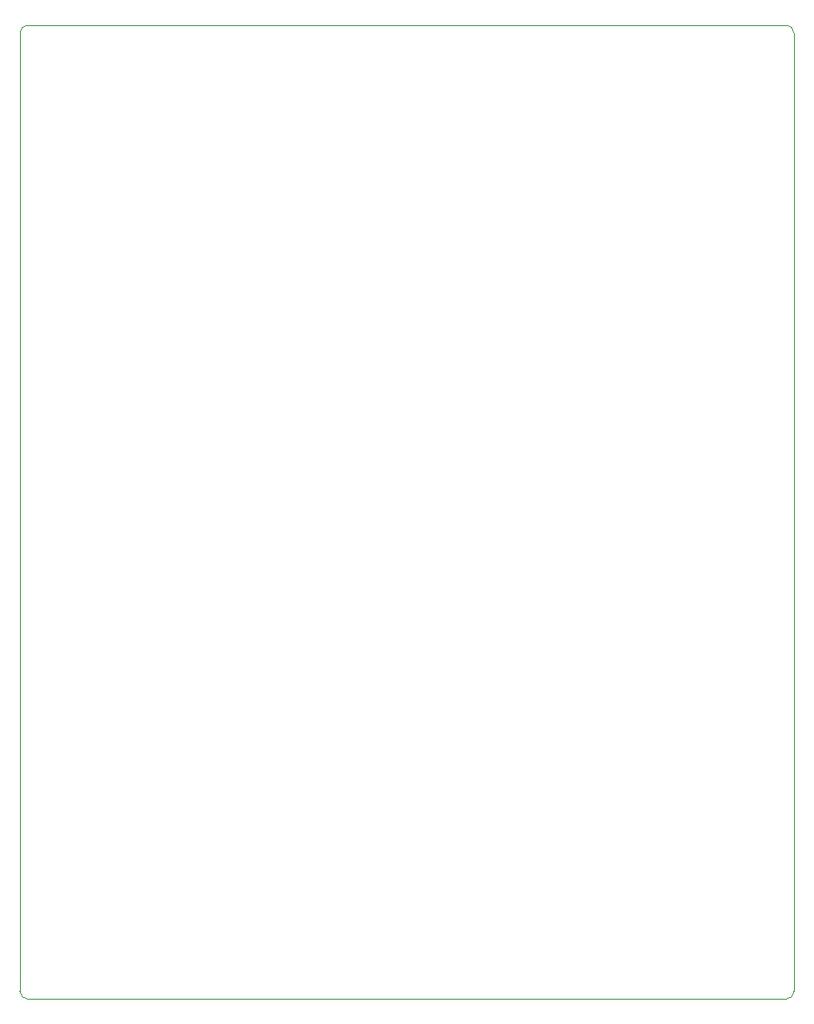
<source format=gbr>
G04 (created by PCBNEW (2013-02-13 BZR 3947)-testing) date 12/17/2013 3:58:49 PM*
%MOIN*%
G04 Gerber Fmt 3.4, Leading zero omitted, Abs format*
%FSLAX34Y34*%
G01*
G70*
G90*
G04 APERTURE LIST*
%ADD10C,0*%
%ADD11C,0.00390157*%
G04 APERTURE END LIST*
G54D10*
G54D11*
X1Y-37022D02*
X1Y-272D01*
X29701Y-272D02*
X29701Y-37022D01*
X301Y-37322D02*
X29401Y-37322D01*
X1Y-37022D02*
G75*
G03X301Y-37322I299J0D01*
G74*
G01*
X29401Y-37322D02*
G75*
G03X29701Y-37022I0J300D01*
G74*
G01*
X301Y27D02*
G75*
G03X1Y-272I0J-300D01*
G74*
G01*
X29401Y27D02*
X301Y27D01*
X29701Y-272D02*
G75*
G03X29401Y27I-300J0D01*
G74*
G01*
M02*

</source>
